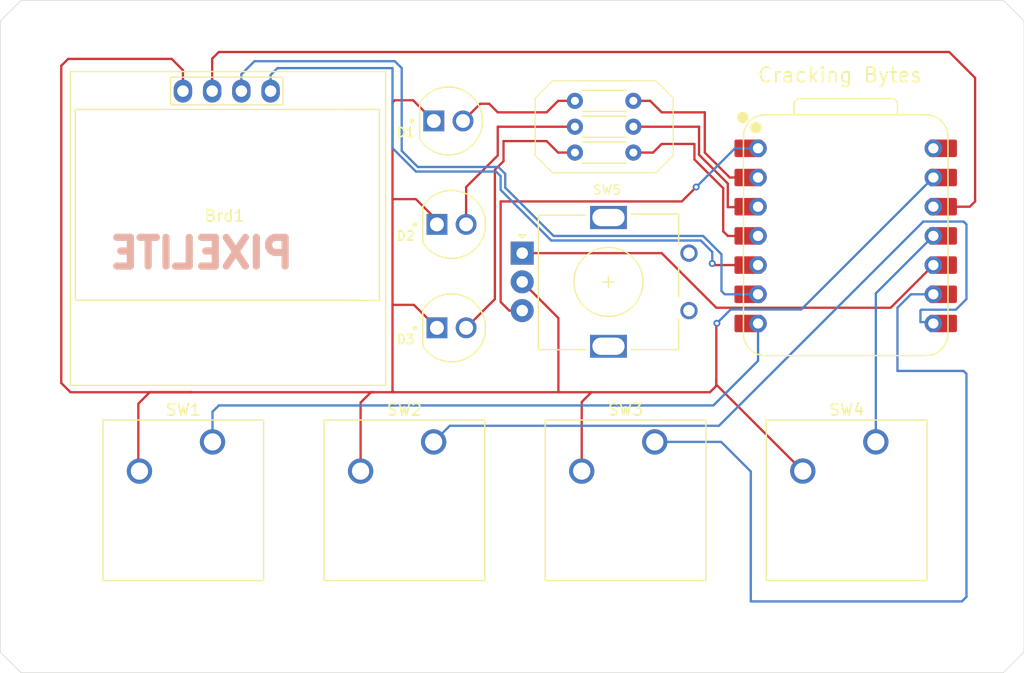
<source format=kicad_pcb>
(kicad_pcb (version 20241229) (generator "pcbnew") (generator_version "9.0")
  (layers (0 "F.Cu" signal) (2 "B.Cu" signal) (13 "F.Paste" user) (15 "B.Paste" user) (5 "F.SilkS" user "F.Silkscreen") (7 "B.SilkS" user "B.Silkscreen") (1 "F.Mask" user) (3 "B.Mask" user) (25 "Edge.Cuts" user))
  (net 0 "")
  (net 1 "3v3")
  (net 2 "GND")
  (net 3 "OLED-SDA")
  (net 4 "OLED-SCL")
  (net 5 "Net-(D1-PadA)")
  (net 6 "Net-(D2-PadA)")
  (net 7 "Net-(D3-PadA)")
  (net 8 "led1")
  (net 9 "led2")
  (net 10 "led3")
  (net 11 "button1")
  (net 12 "button2")
  (net 13 "button3")
  (net 14 "button4")
  (net 15 "R-DT")
  (net 16 "R-CLK")
  (footprint "Button_Switch_Keyboard:SW_Cherry_MX_1.00u_PCB" (layer "F.Cu") (at 91.95 104.925)
    (property "Reference" "SW1" (at -2.54 -2.794 0) (layer "F.SilkS"))
    (property "Value" "SW_Push")
    (fp_line (start -9.525 -1.905) (end 4.445 -1.905) (stroke (width 0.12)) (layer "F.SilkS"))
    (fp_line (start -9.525 12.065) (end -9.525 -1.905) (stroke (width 0.12)) (layer "F.SilkS"))
    (fp_line (start 4.445 -1.905) (end 4.445 12.065) (stroke (width 0.12)) (layer "F.SilkS"))
    (fp_line (start 4.445 12.065) (end -9.525 12.065) (stroke (width 0.12)) (layer "F.SilkS"))
    (pad "" np_thru_hole circle (at -7.62 5.08) (size 1.7 1.7) (drill 1.7) (layers "*.Cu" "*.Mask"))
    (pad "" np_thru_hole circle (at -2.54 5.08) (size 4 4) (drill 4) (layers "*.Cu" "*.Mask"))
    (pad "" np_thru_hole circle (at 2.54 5.08) (size 1.7 1.7) (drill 1.7) (layers "*.Cu" "*.Mask"))
    (pad "1" thru_hole circle (at 0 0) (size 2.2 2.2) (drill 1.5) (layers "*.Cu" "*.Mask") (net 11 "button1"))
    (pad "2" thru_hole circle (at -6.35 2.54) (size 2.2 2.2) (drill 1.5) (layers "*.Cu" "*.Mask") (net 2 "GND"))
  )
  (footprint "Resistor_THT:R_Axial_DIN0204_L3.6mm_D1.6mm_P5.08mm_Horizontal" (layer "F.Cu") (at 123.46 77.5)
    (property "Reference" "R2" (hide yes))
    (property "Value" "R" (hide yes))
    (fp_line (start 0.62 -0.92) (end 4.46 -0.92) (stroke (width 0.12)) (layer "F.SilkS"))
    (fp_line (start 0.62 0.92) (end 4.46 0.92) (stroke (width 0.12)) (layer "F.SilkS"))
    (pad "1" thru_hole circle (at 0 0) (size 1.4 1.4) (drill 0.7) (layers "*.Cu" "*.Mask") (net 6 "Net-(D2-PadA)"))
    (pad "2" thru_hole circle (at 5.08 0) (size 1.4 1.4) (drill 0.7) (layers "*.Cu" "*.Mask") (net 9 "led2"))
  )
  (footprint "footprints:LEDRD254W57D500H1070" (layer "F.Cu") (at 112.73 95)
    (property "Reference" "D3" (at -4 1 0) (layer "F.SilkS") (effects (font (size 0.8 0.8))))
    (property "Value" "L08R5000Q1")
    (fp_line (start -2.5 -1.566) (end -2.5 1.566) (stroke (width 0.127)) (layer "F.SilkS"))
    (fp_arc (start -2.5 -1.566) (mid 2.961291 0) (end -2.5 1.566) (stroke (width 0.127)) (layer "F.SilkS"))
    (fp_circle (center -3.2 0) (end -3.1 0) (stroke (width 0.2)) (fill no) (layer "F.SilkS"))
    (pad "A" thru_hole circle (at 1.27 0) (size 1.815 1.815) (drill 1.21) (layers "*.Cu" "*.Mask") (net 7 "Net-(D3-PadA)"))
    (pad "C" thru_hole rect (at -1.27 0) (size 1.815 1.815) (drill 1.21) (layers "*.Cu" "*.Mask") (net 2 "GND"))
  )
  (footprint "Rotary_Encoder:RotaryEncoder_Alps_EC11E_Vertical_H20mm" (layer "F.Cu") (at 118.875 88.5)
    (property "Reference" "SW5" (at 7.375 -5.5 0) (layer "F.SilkS") (effects (font (size 0.8 0.8) (thickness 0.1))))
    (property "Value" "RotaryEncoder")
    (fp_line (start -0.3 -1.6) (end 0.3 -1.6) (stroke (width 0.12)) (layer "F.SilkS"))
    (fp_line (start 0 -1.3) (end -0.3 -1.6) (stroke (width 0.12)) (layer "F.SilkS"))
    (fp_line (start 0.3 -1.6) (end 0 -1.3) (stroke (width 0.12)) (layer "F.SilkS"))
    (fp_line (start 1.4 -3.3) (end 1.4 8.4) (stroke (width 0.12)) (layer "F.SilkS"))
    (fp_line (start 5.5 -3.3) (end 1.4 -3.3) (stroke (width 0.12)) (layer "F.SilkS"))
    (fp_line (start 5.5 8.4) (end 1.4 8.4) (stroke (width 0.12)) (layer "F.SilkS"))
    (fp_line (start 7 2.5) (end 8 2.5) (stroke (width 0.12)) (layer "F.SilkS"))
    (fp_line (start 7.5 2) (end 7.5 3) (stroke (width 0.12)) (layer "F.SilkS"))
    (fp_line (start 9.5 -3.4) (end 13.6 -3.4) (stroke (width 0.12)) (layer "F.SilkS"))
    (fp_line (start 13.6 -3.4) (end 13.6 -0.8) (stroke (width 0.12)) (layer "F.SilkS"))
    (fp_line (start 13.6 1.2) (end 13.6 3.8) (stroke (width 0.12)) (layer "F.SilkS"))
    (fp_line (start 13.6 5.8) (end 13.6 8.4) (stroke (width 0.12)) (layer "F.SilkS"))
    (fp_line (start 13.6 8.4) (end 9.5 8.4) (stroke (width 0.12)) (layer "F.SilkS"))
    (fp_circle (center 7.5 2.5) (end 10.5 2.5) (stroke (width 0.12)) (fill no) (layer "F.SilkS"))
    (pad "" thru_hole circle (at 14.5 0) (size 1.5 1.5) (drill 1) (layers "*.Cu" "*.Mask"))
    (pad "" thru_hole circle (at 14.5 5) (size 1.5 1.5) (drill 1) (layers "*.Cu" "*.Mask"))
    (pad "A" thru_hole rect (at 0 0) (size 2 2) (drill 1) (layers "*.Cu" "*.Mask") (net 16 "R-CLK"))
    (pad "B" thru_hole circle (at 0 5) (size 2 2) (drill 1) (layers "*.Cu" "*.Mask") (net 15 "R-DT"))
    (pad "C" thru_hole circle (at 0 2.5) (size 2 2) (drill 1) (layers "*.Cu" "*.Mask") (net 2 "GND"))
    (pad "MP" thru_hole rect (at 7.5 -3.1) (size 3.2 2) (drill oval 2.8 1.5) (layers "*.Cu" "*.Mask"))
    (pad "MP" thru_hole rect (at 7.5 8.1) (size 3.2 2) (drill oval 2.8 1.5) (layers "*.Cu" "*.Mask"))
  )
  (footprint "Button_Switch_Keyboard:SW_Cherry_MX_1.00u_PCB" (layer "F.Cu") (at 130.4 104.925)
    (property "Reference" "SW3" (at -2.54 -2.794 0) (layer "F.SilkS"))
    (property "Value" "SW_Push")
    (fp_line (start -9.525 -1.905) (end 4.445 -1.905) (stroke (width 0.12)) (layer "F.SilkS"))
    (fp_line (start -9.525 12.065) (end -9.525 -1.905) (stroke (width 0.12)) (layer "F.SilkS"))
    (fp_line (start 4.445 -1.905) (end 4.445 12.065) (stroke (width 0.12)) (layer "F.SilkS"))
    (fp_line (start 4.445 12.065) (end -9.525 12.065) (stroke (width 0.12)) (layer "F.SilkS"))
    (pad "" np_thru_hole circle (at -7.62 5.08) (size 1.7 1.7) (drill 1.7) (layers "*.Cu" "*.Mask"))
    (pad "" np_thru_hole circle (at -2.54 5.08) (size 4 4) (drill 4) (layers "*.Cu" "*.Mask"))
    (pad "" np_thru_hole circle (at 2.54 5.08) (size 1.7 1.7) (drill 1.7) (layers "*.Cu" "*.Mask"))
    (pad "1" thru_hole circle (at 0 0) (size 2.2 2.2) (drill 1.5) (layers "*.Cu" "*.Mask") (net 13 "button3"))
    (pad "2" thru_hole circle (at -6.35 2.54) (size 2.2 2.2) (drill 1.5) (layers "*.Cu" "*.Mask") (net 2 "GND"))
  )
  (footprint "Resistor_THT:R_Axial_DIN0204_L3.6mm_D1.6mm_P5.08mm_Horizontal" (layer "F.Cu") (at 123.46 75.25)
    (property "Reference" "R1" (hide yes))
    (property "Value" "R" (hide yes))
    (fp_line (start 0.62 -0.92) (end 4.46 -0.92) (stroke (width 0.12)) (layer "F.SilkS"))
    (fp_line (start 0.62 0.92) (end 4.46 0.92) (stroke (width 0.12)) (layer "F.SilkS"))
    (pad "1" thru_hole circle (at 0 0) (size 1.4 1.4) (drill 0.7) (layers "*.Cu" "*.Mask") (net 5 "Net-(D1-PadA)"))
    (pad "2" thru_hole circle (at 5.08 0) (size 1.4 1.4) (drill 0.7) (layers "*.Cu" "*.Mask") (net 8 "led1"))
  )
  (footprint "footprints:XIAO-RP2040-DIP" (layer "F.Cu") (at 147 87)
    (property "Reference" "U1" (hide yes))
    (property "Value" "XIAO-RP2040-DIP")
    (fp_line (start -8.89 8.509) (end -8.89 -8.636) (stroke (width 0.127)) (layer "F.SilkS"))
    (fp_line (start -6.985 10.414) (end 6.985 10.414) (stroke (width 0.127)) (layer "F.SilkS"))
    (fp_line (start -4.495 -10.541) (end -4.491272 -11.451272) (stroke (width 0.127)) (layer "F.SilkS"))
    (fp_line (start -3.991272 -11.951) (end 4.004 -11.951) (stroke (width 0.127)) (layer "F.SilkS"))
    (fp_line (start 4.504 -11.451) (end 4.504 -10.541) (stroke (width 0.127)) (layer "F.SilkS"))
    (fp_line (start 6.985 -10.541) (end -6.985 -10.541) (stroke (width 0.1)) (layer "F.SilkS"))
    (fp_line (start 6.985 -10.541) (end -6.985 -10.541) (stroke (width 0.127)) (layer "F.SilkS"))
    (fp_line (start 8.89 8.509) (end 8.89 -8.636) (stroke (width 0.127)) (layer "F.SilkS"))
    (fp_arc (start -8.89 -8.636) (mid -8.332038 -9.983038) (end -6.985 -10.541) (stroke (width 0.127)) (layer "F.SilkS"))
    (fp_arc (start -6.985 10.414) (mid -8.332038 9.856038) (end -8.89 8.509) (stroke (width 0.127)) (layer "F.SilkS"))
    (fp_arc (start -4.491272 -11.451272) (mid -4.344728 -11.80464) (end -3.991272 -11.951) (stroke (width 0.127)) (layer "F.SilkS"))
    (fp_arc (start 4.004 -11.951) (mid 4.357553 -11.804553) (end 4.504 -11.451) (stroke (width 0.127)) (layer "F.SilkS"))
    (fp_arc (start 6.985 -10.541) (mid 8.332038 -9.983038) (end 8.89 -8.636) (stroke (width 0.127)) (layer "F.SilkS"))
    (fp_arc (start 8.89 8.509) (mid 8.332038 9.856038) (end 6.985 10.414) (stroke (width 0.127)) (layer "F.SilkS"))
    (fp_circle (center -8.95 -10.3) (end -8.95 -10.554) (stroke (width 0.5)) (fill yes) (layer "F.SilkS"))
    (fp_circle (center -7.807 -9.42) (end -7.807 -9.674) (stroke (width 0.5)) (fill yes) (layer "F.SilkS"))
    (pad "1" smd roundrect (at -8.455 -7.62 180) (size 2.432 1.524) (layers "F.Cu" "F.Mask") (roundrect_rratio 0.1) (net 15 "R-DT"))
    (pad "1" thru_hole circle (at -7.62 -7.62 180) (size 1.524 1.524) (drill 0.889) (layers "*.Cu" "*.Mask") (net 15 "R-DT"))
    (pad "2" smd roundrect (at -8.455 -5.08 180) (size 2.432 1.524) (layers "F.Cu" "F.Mask") (roundrect_rratio 0.1) (net 8 "led1"))
    (pad "2" thru_hole circle (at -7.62 -5.08 180) (size 1.524 1.524) (drill 0.889) (layers "*.Cu" "*.Mask") (net 8 "led1"))
    (pad "3" smd roundrect (at -8.455 -2.54 180) (size 2.432 1.524) (layers "F.Cu" "F.Mask") (roundrect_rratio 0.1) (net 9 "led2"))
    (pad "3" thru_hole circle (at -7.62 -2.54 180) (size 1.524 1.524) (drill 0.889) (layers "*.Cu" "*.Mask") (net 9 "led2"))
    (pad "4" smd roundrect (at -8.455 0 180) (size 2.432 1.524) (layers "F.Cu" "F.Mask") (roundrect_rratio 0.1) (net 10 "led3"))
    (pad "4" thru_hole circle (at -7.62 0 180) (size 1.524 1.524) (drill 0.889) (layers "*.Cu" "*.Mask") (net 10 "led3"))
    (pad "5" smd roundrect (at -8.455 2.54 180) (size 2.432 1.524) (layers "F.Cu" "F.Mask") (roundrect_rratio 0.1) (net 3 "OLED-SDA"))
    (pad "5" thru_hole circle (at -7.62 2.54 180) (size 1.524 1.524) (drill 0.889) (layers "*.Cu" "*.Mask") (net 3 "OLED-SDA"))
    (pad "6" smd roundrect (at -8.455 5.08 180) (size 2.432 1.524) (layers "F.Cu" "F.Mask") (roundrect_rratio 0.1) (net 4 "OLED-SCL"))
    (pad "6" thru_hole circle (at -7.62 5.08 180) (size 1.524 1.524) (drill 0.889) (layers "*.Cu" "*.Mask") (net 4 "OLED-SCL"))
    (pad "7" smd roundrect (at -8.455 7.62 180) (size 2.432 1.524) (layers "F.Cu" "F.Mask") (roundrect_rratio 0.1) (net 11 "button1"))
    (pad "7" thru_hole circle (at -7.62 7.62 180) (size 1.524 1.524) (drill 0.889) (layers "*.Cu" "*.Mask") (net 11 "button1"))
    (pad "8" thru_hole circle (at 7.62 7.62) (size 1.524 1.524) (drill 0.889) (layers "*.Cu" "*.Mask") (net 12 "button2"))
    (pad "8" smd roundrect (at 8.455 7.62) (size 2.432 1.524) (layers "F.Cu" "F.Mask") (roundrect_rratio 0.1) (net 12 "button2"))
    (pad "9" thru_hole circle (at 7.62 5.08) (size 1.524 1.524) (drill 0.889) (layers "*.Cu" "*.Mask") (net 13 "button3"))
    (pad "9" smd roundrect (at 8.455 5.08) (size 2.432 1.524) (layers "F.Cu" "F.Mask") (roundrect_rratio 0.1) (net 13 "button3"))
    (pad "10" thru_hole circle (at 7.62 2.54) (size 1.524 1.524) (drill 0.889) (layers "*.Cu" "*.Mask") (net 16 "R-CLK"))
    (pad "10" smd roundrect (at 8.455 2.54) (size 2.432 1.524) (layers "F.Cu" "F.Mask") (roundrect_rratio 0.1) (net 16 "R-CLK"))
    (pad "11" thru_hole circle (at 7.62 0) (size 1.524 1.524) (drill 0.889) (layers "*.Cu" "*.Mask") (net 14 "button4"))
    (pad "11" smd roundrect (at 8.455 0) (size 2.432 1.524) (layers "F.Cu" "F.Mask") (roundrect_rratio 0.1) (net 14 "button4"))
    (pad "12" thru_hole circle (at 7.62 -2.54) (size 1.524 1.524) (drill 0.889) (layers "*.Cu" "*.Mask") (net 1 "3v3"))
    (pad "12" smd roundrect (at 8.455 -2.54) (size 2.432 1.524) (layers "F.Cu" "F.Mask") (roundrect_rratio 0.1) (net 1 "3v3"))
    (pad "13" thru_hole circle (at 7.62 -5.08) (size 1.524 1.524) (drill 0.889) (layers "*.Cu" "*.Mask") (net 2 "GND"))
    (pad "13" smd roundrect (at 8.455 -5.08) (size 2.432 1.524) (layers "F.Cu" "F.Mask") (roundrect_rratio 0.1) (net 2 "GND"))
    (pad "14" thru_hole circle (at 7.62 -7.62) (size 1.524 1.524) (drill 0.889) (layers "*.Cu" "*.Mask"))
    (pad "14" smd roundrect (at 8.455 -7.62) (size 2.432 1.524) (layers "F.Cu" "F.Mask") (roundrect_rratio 0.1))
  )
  (footprint "footprints:128x64OLED" (layer "F.Cu") (at 93 85)
    (property "Reference" "Brd1" (at 0 0.254 0) (layer "F.SilkS"))
    (property "Value" "SSD1306")
    (fp_line (start -13.4 -12.3) (end 14 -12.3) (stroke (width 0.12)) (layer "F.SilkS"))
    (fp_line (start -13.4 15) (end -13.4 -12.3) (stroke (width 0.12)) (layer "F.SilkS"))
    (fp_line (start -12.978 -9.005) (end 10.122 -9.005) (stroke (width 0.12)) (layer "F.SilkS"))
    (fp_line (start -12.978 7.595) (end -12.978 -9.005) (stroke (width 0.12)) (layer "F.SilkS"))
    (fp_line (start -4.699 -11.811) (end -4.699 -9.398) (stroke (width 0.12)) (layer "F.SilkS"))
    (fp_line (start -4.699 -11.811) (end 5.08 -11.811) (stroke (width 0.12)) (layer "F.SilkS"))
    (fp_line (start 5.08 -11.811) (end 5.08 -9.398) (stroke (width 0.12)) (layer "F.SilkS"))
    (fp_line (start 5.08 -9.398) (end -4.699 -9.398) (stroke (width 0.12)) (layer "F.SilkS"))
    (fp_line (start 10.122 -9.005) (end 13.208 -9.005) (stroke (width 0.12)) (layer "F.SilkS"))
    (fp_line (start 10.122 7.595) (end -12.978 7.595) (stroke (width 0.12)) (layer "F.SilkS"))
    (fp_line (start 10.122 7.595) (end 13.462 7.62) (stroke (width 0.12)) (layer "F.SilkS"))
    (fp_line (start 13.462 -9.017) (end 13.208 -9.005) (stroke (width 0.12)) (layer "F.SilkS"))
    (fp_line (start 13.462 7.62) (end 13.462 -9.017) (stroke (width 0.12)) (layer "F.SilkS"))
    (fp_line (start 14 -12.3) (end 14 15) (stroke (width 0.12)) (layer "F.SilkS"))
    (fp_line (start 14 15) (end -13.4 15) (stroke (width 0.12)) (layer "F.SilkS"))
    (pad "1" thru_hole oval (at -3.62 -10.6 90) (size 2 1.6) (drill 1) (layers "*.Cu" "*.Mask") (net 2 "GND"))
    (pad "2" thru_hole oval (at -1.08 -10.6 90) (size 2 1.6) (drill 1) (layers "*.Cu" "*.Mask") (net 1 "3v3"))
    (pad "3" thru_hole oval (at 1.46 -10.6 90) (size 2 1.6) (drill 1) (layers "*.Cu" "*.Mask") (net 4 "OLED-SCL"))
    (pad "4" thru_hole oval (at 4 -10.6 90) (size 2 1.6) (drill 1) (layers "*.Cu" "*.Mask") (net 3 "OLED-SDA"))
  )
  (footprint "Button_Switch_Keyboard:SW_Cherry_MX_1.00u_PCB" (layer "F.Cu") (at 149.62 104.92)
    (property "Reference" "SW4" (at -2.54 -2.794 0) (layer "F.SilkS"))
    (property "Value" "SW_Push")
    (fp_line (start -9.525 -1.905) (end 4.445 -1.905) (stroke (width 0.12)) (layer "F.SilkS"))
    (fp_line (start -9.525 12.065) (end -9.525 -1.905) (stroke (width 0.12)) (layer "F.SilkS"))
    (fp_line (start 4.445 -1.905) (end 4.445 12.065) (stroke (width 0.12)) (layer "F.SilkS"))
    (fp_line (start 4.445 12.065) (end -9.525 12.065) (stroke (width 0.12)) (layer "F.SilkS"))
    (pad "" np_thru_hole circle (at -7.62 5.08) (size 1.7 1.7) (drill 1.7) (layers "*.Cu" "*.Mask"))
    (pad "" np_thru_hole circle (at -2.54 5.08) (size 4 4) (drill 4) (layers "*.Cu" "*.Mask"))
    (pad "" np_thru_hole circle (at 2.54 5.08) (size 1.7 1.7) (drill 1.7) (layers "*.Cu" "*.Mask"))
    (pad "1" thru_hole circle (at 0 0) (size 2.2 2.2) (drill 1.5) (layers "*.Cu" "*.Mask") (net 14 "button4"))
    (pad "2" thru_hole circle (at -6.35 2.54) (size 2.2 2.2) (drill 1.5) (layers "*.Cu" "*.Mask") (net 2 "GND"))
  )
  (footprint "Resistor_THT:R_Axial_DIN0204_L3.6mm_D1.6mm_P5.08mm_Horizontal" (layer "F.Cu") (at 123.46 79.75)
    (property "Reference" "R3" (hide yes))
    (property "Value" "R" (hide yes))
    (fp_line (start 0.62 -0.92) (end 4.46 -0.92) (stroke (width 0.12)) (layer "F.SilkS"))
    (fp_line (start 0.62 0.92) (end 4.46 0.92) (stroke (width 0.12)) (layer "F.SilkS"))
    (pad "1" thru_hole circle (at 0 0) (size 1.4 1.4) (drill 0.7) (layers "*.Cu" "*.Mask") (net 7 "Net-(D3-PadA)"))
    (pad "2" thru_hole circle (at 5.08 0) (size 1.4 1.4) (drill 0.7) (layers "*.Cu" "*.Mask") (net 10 "led3"))
  )
  (footprint "footprints:LEDRD254W57D500H1070" (layer "F.Cu") (at 112.46 77)
    (property "Reference" "D1" (at -3.73 1 0) (layer "F.SilkS") (effects (font (size 0.8 0.8))))
    (property "Value" "L08R5000Q1")
    (fp_line (start -2.5 -1.566) (end -2.5 1.566) (stroke (width 0.127)) (layer "F.SilkS"))
    (fp_arc (start -2.5 -1.566) (mid 2.961291 0) (end -2.5 1.566) (stroke (width 0.127)) (layer "F.SilkS"))
    (fp_circle (center -3.2 0) (end -3.1 0) (stroke (width 0.2)) (fill no) (layer "F.SilkS"))
    (pad "A" thru_hole circle (at 1.27 0) (size 1.815 1.815) (drill 1.21) (layers "*.Cu" "*.Mask") (net 5 "Net-(D1-PadA)"))
    (pad "C" thru_hole rect (at -1.27 0) (size 1.815 1.815) (drill 1.21) (layers "*.Cu" "*.Mask") (net 2 "GND"))
  )
  (footprint "Button_Switch_Keyboard:SW_Cherry_MX_1.00u_PCB" (layer "F.Cu") (at 111.175 104.925)
    (property "Reference" "SW2" (at -2.54 -2.794 0) (layer "F.SilkS"))
    (property "Value" "SW_Push")
    (fp_line (start -9.525 -1.905) (end 4.445 -1.905) (stroke (width 0.12)) (layer "F.SilkS"))
    (fp_line (start -9.525 12.065) (end -9.525 -1.905) (stroke (width 0.12)) (layer "F.SilkS"))
    (fp_line (start 4.445 -1.905) (end 4.445 12.065) (stroke (width 0.12)) (layer "F.SilkS"))
    (fp_line (start 4.445 12.065) (end -9.525 12.065) (stroke (width 0.12)) (layer "F.SilkS"))
    (pad "" np_thru_hole circle (at -7.62 5.08) (size 1.7 1.7) (drill 1.7) (layers "*.Cu" "*.Mask"))
    (pad "" np_thru_hole circle (at -2.54 5.08) (size 4 4) (drill 4) (layers "*.Cu" "*.Mask"))
    (pad "" np_thru_hole circle (at 2.54 5.08) (size 1.7 1.7) (drill 1.7) (layers "*.Cu" "*.Mask"))
    (pad "1" thru_hole circle (at 0 0) (size 2.2 2.2) (drill 1.5) (layers "*.Cu" "*.Mask") (net 12 "button2"))
    (pad "2" thru_hole circle (at -6.35 2.54) (size 2.2 2.2) (drill 1.5) (layers "*.Cu" "*.Mask") (net 2 "GND"))
  )
  (footprint "footprints:LEDRD254W57D500H1070" (layer "F.Cu") (at 112.73 86)
    (property "Reference" "D2" (at -4 1 0) (layer "F.SilkS") (effects (font (size 0.8 0.8))))
    (property "Value" "L08R5000Q1")
    (fp_line (start -2.5 -1.566) (end -2.5 1.566) (stroke (width 0.127)) (layer "F.SilkS"))
    (fp_arc (start -2.5 -1.566) (mid 2.961291 0) (end -2.5 1.566) (stroke (width 0.127)) (layer "F.SilkS"))
    (fp_circle (center -3.2 0) (end -3.1 0) (stroke (width 0.2)) (fill no) (layer "F.SilkS"))
    (pad "A" thru_hole circle (at 1.27 0) (size 1.815 1.815) (drill 1.21) (layers "*.Cu" "*.Mask") (net 6 "Net-(D2-PadA)"))
    (pad "C" thru_hole rect (at -1.27 0) (size 1.815 1.815) (drill 1.21) (layers "*.Cu" "*.Mask") (net 2 "GND"))
  )
  (gr_line (start 130.5 81.51) (end 121.5 81.51) (stroke (width 0.1)) (layer "F.SilkS"))
  (gr_line (start 130.5 73.51) (end 121.5 73.51) (stroke (width 0.1)) (layer "F.SilkS"))
  (gr_line (start 121.5 81.51) (end 120 80.01) (stroke (width 0.1)) (layer "F.SilkS"))
  (gr_line (start 130.5 81.51) (end 132 80.01) (stroke (width 0.1)) (layer "F.SilkS"))
  (gr_line (start 132 80.01) (end 132 75.01) (stroke (width 0.1)) (layer "F.SilkS"))
  (gr_line (start 121.5 73.51) (end 120 75.01) (stroke (width 0.1)) (layer "F.SilkS"))
  (gr_line (start 120 80.01) (end 120 75.01) (stroke (width 0.1)) (layer "F.SilkS"))
  (gr_line (start 130.5 73.51) (end 132 75.01) (stroke (width 0.1)) (layer "F.SilkS"))
  (gr_line (start 73.5 123.2) (end 75.3 125) (stroke (width 0.05)) (layer "Edge.Cuts"))
  (gr_line (start 73.5 68.3) (end 73.5 123.2) (stroke (width 0.05)) (layer "Edge.Cuts"))
  (gr_line (start 162.5 68.3) (end 162.5 123.2) (stroke (width 0.05)) (layer "Edge.Cuts"))
  (gr_line (start 160.7 125) (end 162.5 123.2) (stroke (width 0.05)) (layer "Edge.Cuts"))
  (gr_line (start 75.3 66.5) (end 160.7 66.5) (stroke (width 0.05)) (layer "Edge.Cuts"))
  (gr_line (start 75.3 125) (end 160.7 125) (stroke (width 0.05)) (layer "Edge.Cuts"))
  (gr_line (start 160.7 66.5) (end 162.5 68.3) (stroke (width 0.05)) (layer "Edge.Cuts"))
  (gr_line (start 73.5 68.3) (end 75.3 66.5) (stroke (width 0.05)) (layer "Edge.Cuts"))
  (gr_text "Cracking Bytes" (at 146.5 73 0) (layer "F.SilkS") (effects (font (size 1.27 1.27))))
  (gr_text "PIXELITE" (at 91 88.5 0) (layer "B.SilkS") (effects (font (size 2.5 2.5) (thickness 0.625) (bold yes)) (justify mirror)))
  (segment (start 91.92 71.58) (end 91.92 74.4) (width 0.2) (layer "F.Cu") (net 1))
  (segment (start 158.25 73.25) (end 156 71) (width 0.2) (layer "F.Cu") (net 1))
  (segment (start 157.79 84.46) (end 158.25 84) (width 0.2) (layer "F.Cu") (net 1))
  (segment (start 92.5 71) (end 91.92 71.58) (width 0.2) (layer "F.Cu") (net 1))
  (segment (start 154.62 84.46) (end 157.79 84.46) (width 0.2) (layer "F.Cu") (net 1))
  (segment (start 158.25 84) (end 158.25 73.25) (width 0.2) (layer "F.Cu") (net 1))
  (segment (start 156 71) (end 92.5 71) (width 0.2) (layer "F.Cu") (net 1))
  (segment (start 78.8 72.2) (end 79.4 71.6) (width 0.2) (layer "F.Cu") (net 2))
  (segment (start 107.8 75.2) (end 107.6 75.4) (width 0.2) (layer "F.Cu") (net 2))
  (segment (start 135.75 99.5) (end 135.75 94.65) (width 0.2) (layer "F.Cu") (net 2))
  (segment (start 135.2 100.6) (end 135.75 100.05) (width 0.2) (layer "F.Cu") (net 2))
  (segment (start 111.46 95) (end 109.46 93) (width 0.2) (layer "F.Cu") (net 2))
  (segment (start 125.5 100.6) (end 135.2 100.6) (width 0.2) (layer "F.Cu") (net 2))
  (segment (start 85.5 101.6) (end 86.5 100.6) (width 0.2) (layer "F.Cu") (net 2))
  (segment (start 79.6 100.6) (end 78.8 99.8) (width 0.2) (layer "F.Cu") (net 2))
  (segment (start 85.5 107.355) (end 85.5 101.6) (width 0.2) (layer "F.Cu") (net 2))
  (segment (start 109.39 75.2) (end 107.8 75.2) (width 0.2) (layer "F.Cu") (net 2))
  (segment (start 107.6 100.5) (end 107.6 100.6) (width 0.2) (layer "F.Cu") (net 2))
  (segment (start 85.605 107.46) (end 85.5 107.355) (width 0.2) (layer "F.Cu") (net 2))
  (segment (start 143.27 107.46) (end 135.75 99.94) (width 0.2) (layer "F.Cu") (net 2))
  (segment (start 90 100.6) (end 106 100.6) (width 0.2) (layer "F.Cu") (net 2))
  (segment (start 86.5 100.6) (end 90.13 100.6) (width 0.2) (layer "F.Cu") (net 2))
  (segment (start 107.6 93) (end 107.6 100.5) (width 0.2) (layer "F.Cu") (net 2))
  (segment (start 107.7 100.6) (end 107.6 100.5) (width 0.2) (layer "F.Cu") (net 2))
  (segment (start 107.6 100.6) (end 106 100.6) (width 0.2) (layer "F.Cu") (net 2))
  (segment (start 124.05 107.465) (end 124.05 101.45) (width 0.2) (layer "F.Cu") (net 2))
  (segment (start 118.875 91) (end 122.022576 94.147576) (width 0.2) (layer "F.Cu") (net 2))
  (segment (start 111.46 85.630014) (end 109.629986 83.8) (width 0.2) (layer "F.Cu") (net 2))
  (segment (start 107.6 83.8) (end 107.6 93) (width 0.2) (layer "F.Cu") (net 2))
  (segment (start 90 100.6) (end 79.6 100.6) (width 0.2) (layer "F.Cu") (net 2))
  (segment (start 105.725 100.6) (end 106 100.6) (width 0.2) (layer "F.Cu") (net 2))
  (segment (start 122.022576 94.147576) (end 122.022576 100.6) (width 0.2) (layer "F.Cu") (net 2))
  (segment (start 135.75 99.94) (end 135.75 99.5) (width 0.2) (layer "F.Cu") (net 2))
  (segment (start 109.46 93) (end 107.6 93) (width 0.2) (layer "F.Cu") (net 2))
  (segment (start 107.6 75.4) (end 107.6 83.8) (width 0.2) (layer "F.Cu") (net 2))
  (segment (start 124.9 100.6) (end 125.5 100.6) (width 0.2) (layer "F.Cu") (net 2))
  (segment (start 124.05 101.45) (end 124.9 100.6) (width 0.2) (layer "F.Cu") (net 2))
  (segment (start 111.46 86) (end 111.46 85.630014) (width 0.2) (layer "F.Cu") (net 2))
  (segment (start 109.629986 83.8) (end 107.6 83.8) (width 0.2) (layer "F.Cu") (net 2))
  (segment (start 90.13 100.6) (end 90 100.6) (width 0.2) (layer "F.Cu") (net 2))
  (segment (start 135.75 94.65) (end 135.8 94.6) (width 0.2) (layer "F.Cu") (net 2))
  (segment (start 79.4 71.6) (end 88.4 71.6) (width 0.2) (layer "F.Cu") (net 2))
  (segment (start 89.38 72.58) (end 89.38 74.4) (width 0.2) (layer "F.Cu") (net 2))
  (segment (start 135.75 100.05) (end 135.75 99.5) (width 0.2) (layer "F.Cu") (net 2))
  (segment (start 78.8 99.8) (end 78.8 72.2) (width 0.2) (layer "F.Cu") (net 2))
  (segment (start 105.725 100.6) (end 104.825 101.5) (width 0.2) (layer "F.Cu") (net 2))
  (segment (start 88.4 71.6) (end 89.38 72.58) (width 0.2) (layer "F.Cu") (net 2))
  (segment (start 124.9 100.6) (end 107.7 100.6) (width 0.2) (layer "F.Cu") (net 2))
  (segment (start 111.19 77) (end 109.39 75.2) (width 0.2) (layer "F.Cu") (net 2))
  (segment (start 104.825 101.5) (end 104.825 107.465) (width 0.2) (layer "F.Cu") (net 2))
  (via (at 135.8 94.6) (size 0.6) (drill 0.3) (layers "F.Cu" "B.Cu") (net 2))
  (segment (start 143.14 93.4) (end 154.62 81.92) (width 0.2) (layer "B.Cu") (net 2))
  (segment (start 135.8 94.6) (end 137 93.4) (width 0.2) (layer "B.Cu") (net 2))
  (segment (start 137 93.4) (end 143.14 93.4) (width 0.2) (layer "B.Cu") (net 2))
  (segment (start 135.4 89.4) (end 135.54 89.54) (width 0.2) (layer "F.Cu") (net 3))
  (segment (start 135.54 89.54) (end 139.38 89.54) (width 0.2) (layer "F.Cu") (net 3))
  (via (at 135.4 89.4) (size 0.6) (drill 0.3) (layers "F.Cu" "B.Cu") (net 3))
  (segment (start 121.2 87.2) (end 121.401 87.401) (width 0.2) (layer "B.Cu") (net 3))
  (segment (start 97 74.4) (end 97 73) (width 0.2) (layer "B.Cu") (net 3))
  (segment (start 116.6 81.4) (end 117 81.8) (width 0.2) (layer "B.Cu") (net 3))
  (segment (start 134.401 87.401) (end 135.4 88.4) (width 0.2) (layer "B.Cu") (net 3))
  (segment (start 117 81.8) (end 116.999 81.801) (width 0.2) (layer "B.Cu") (net 3))
  (segment (start 107.6 79.3671) (end 109.6329 81.4) (width 0.2) (layer "B.Cu") (net 3))
  (segment (start 116.999 81.801) (end 116.999 82.999) (width 0.2) (layer "B.Cu") (net 3))
  (segment (start 116.999 82.999) (end 121.2 87.2) (width 0.2) (layer "B.Cu") (net 3))
  (segment (start 110 81.4) (end 116.6 81.4) (width 0.2) (layer "B.Cu") (net 3))
  (segment (start 107.6 72.4) (end 107.6 79.3671) (width 0.2) (layer "B.Cu") (net 3))
  (segment (start 109.6329 81.4) (end 110 81.4) (width 0.2) (layer "B.Cu") (net 3))
  (segment (start 97.6 72.4) (end 107.6 72.4) (width 0.2) (layer "B.Cu") (net 3))
  (segment (start 135.4 88.4) (end 135.4 89.4) (width 0.2) (layer "B.Cu") (net 3))
  (segment (start 121.401 87.401) (end 134.401 87.401) (width 0.2) (layer "B.Cu") (net 3))
  (segment (start 97 73) (end 97.6 72.4) (width 0.2) (layer "B.Cu") (net 3))
  (segment (start 134.6 87) (end 136.2 88.6) (width 0.2) (layer "B.Cu") (net 4))
  (segment (start 107.8 71.8) (end 108.4 72.4) (width 0.2) (layer "B.Cu") (net 4))
  (segment (start 95.6 71.8) (end 107.8 71.8) (width 0.2) (layer "B.Cu") (net 4))
  (segment (start 108.4 72.4) (end 108.4 79.6) (width 0.2) (layer "B.Cu") (net 4))
  (segment (start 117.4 82.8) (end 121.6 87) (width 0.2) (layer "B.Cu") (net 4))
  (segment (start 116.8 81) (end 117.4 81.6) (width 0.2) (layer "B.Cu") (net 4))
  (segment (start 136.48 92.08) (end 139.38 92.08) (width 0.2) (layer "B.Cu") (net 4))
  (segment (start 108.4 79.6) (end 109.8 81) (width 0.2) (layer "B.Cu") (net 4))
  (segment (start 121.6 87) (end 134.6 87) (width 0.2) (layer "B.Cu") (net 4))
  (segment (start 117.4 81.6) (end 117.4 82.8) (width 0.2) (layer "B.Cu") (net 4))
  (segment (start 94.46 74.4) (end 94.46 72.94) (width 0.2) (layer "B.Cu") (net 4))
  (segment (start 136.2 91.8) (end 136.48 92.08) (width 0.2) (layer "B.Cu") (net 4))
  (segment (start 94.46 72.94) (end 95.6 71.8) (width 0.2) (layer "B.Cu") (net 4))
  (segment (start 136.2 88.6) (end 136.2 91.8) (width 0.2) (layer "B.Cu") (net 4))
  (segment (start 109.8 81) (end 116.8 81) (width 0.2) (layer "B.Cu") (net 4))
  (segment (start 122 75.25) (end 121 76.25) (width 0.2) (layer "F.Cu") (net 5))
  (segment (start 121 76.25) (end 116.75 76.25) (width 0.2) (layer "F.Cu") (net 5))
  (segment (start 116.75 76.25) (end 116 75.5) (width 0.2) (layer "F.Cu") (net 5))
  (segment (start 115.23 75.5) (end 113.73 77) (width 0.2) (layer "F.Cu") (net 5))
  (segment (start 123.46 75.25) (end 122 75.25) (width 0.2) (layer "F.Cu") (net 5))
  (segment (start 116 75.5) (end 115.23 75.5) (width 0.2) (layer "F.Cu") (net 5))
  (segment (start 116.75 80) (end 114 82.75) (width 0.2) (layer "F.Cu") (net 6))
  (segment (start 123.46 77.5) (end 116.75 77.5) (width 0.2) (layer "F.Cu") (net 6))
  (segment (start 116.75 77.5) (end 116.75 80) (width 0.2) (layer "F.Cu") (net 6))
  (segment (start 114 82.75) (end 114 86) (width 0.2) (layer "F.Cu") (net 6))
  (segment (start 117.25 78.75) (end 117.25 80.5) (width 0.2) (layer "F.Cu") (net 7))
  (segment (start 116.5 81.25) (end 116.5 92.5) (width 0.2) (layer "F.Cu") (net 7))
  (segment (start 116.5 92.5) (end 114 95) (width 0.2) (layer "F.Cu") (net 7))
  (segment (start 123.46 79.75) (end 122 79.75) (width 0.2) (layer "F.Cu") (net 7))
  (segment (start 117.25 80.5) (end 116.5 81.25) (width 0.2) (layer "F.Cu") (net 7))
  (segment (start 122 79.75) (end 121 78.75) (width 0.2) (layer "F.Cu") (net 7))
  (segment (start 121 78.75) (end 117.25 78.75) (width 0.2) (layer "F.Cu") (net 7))
  (segment (start 128.54 75.25) (end 130 75.25) (width 0.2) (layer "F.Cu") (net 8))
  (segment (start 134.75 79.75) (end 136.92 81.92) (width 0.2) (layer "F.Cu") (net 8))
  (segment (start 130 75.25) (end 131 76.25) (width 0.2) (layer "F.Cu") (net 8))
  (segment (start 131 76.25) (end 134.75 76.25) (width 0.2) (layer "F.Cu") (net 8))
  (segment (start 134.75 76.25) (end 134.75 79.75) (width 0.2) (layer "F.Cu") (net 8))
  (segment (start 136.92 81.92) (end 139.38 81.92) (width 0.2) (layer "F.Cu") (net 8))
  (segment (start 136.75 82.443626) (end 136.75 84.5) (width 0.2) (layer "F.Cu") (net 9))
  (segment (start 134.25 79.943626) (end 136.75 82.443626) (width 0.2) (layer "F.Cu") (net 9))
  (segment (start 134.25 77.5) (end 134.25 79.943626) (width 0.2) (layer "F.Cu") (net 9))
  (segment (start 136.75 84.5) (end 139.34 84.5) (width 0.2) (layer "F.Cu") (net 9))
  (segment (start 128.54 77.5) (end 134.25 77.5) (width 0.2) (layer "F.Cu") (net 9))
  (segment (start 139.34 84.5) (end 139.38 84.46) (width 0.2) (layer "F.Cu") (net 9))
  (segment (start 133.849 80.349) (end 136.349 82.849) (width 0.2) (layer "F.Cu") (net 10))
  (segment (start 128.54 79.75) (end 130.25 79.75) (width 0.2) (layer "F.Cu") (net 10))
  (segment (start 130.25 79.75) (end 131 79) (width 0.2) (layer "F.Cu") (net 10))
  (segment (start 136.349 82.849) (end 136.349 86.599) (width 0.2) (layer "F.Cu") (net 10))
  (segment (start 131 79) (end 133.849 79) (width 0.2) (layer "F.Cu") (net 10))
  (segment (start 136.75 87) (end 139.38 87) (width 0.2) (layer "F.Cu") (net 10))
  (segment (start 136.349 86.599) (end 136.75 87) (width 0.2) (layer "F.Cu") (net 10))
  (segment (start 133.849 79) (end 133.849 80.349) (width 0.2) (layer "F.Cu") (net 10))
  (segment (start 91.955 104.92) (end 91.95 104.915) (width 0.2) (layer "B.Cu") (net 11))
  (segment (start 139.38 97.87) (end 139.38 94.62) (width 0.2) (layer "B.Cu") (net 11))
  (segment (start 91.95 104.915) (end 91.95 102.3) (width 0.2) (layer "B.Cu") (net 11))
  (segment (start 135.5 101.75) (end 139.38 97.87) (width 0.2) (layer "B.Cu") (net 11))
  (segment (start 92.5 101.75) (end 135.5 101.75) (width 0.2) (layer "B.Cu") (net 11))
  (segment (start 91.95 102.3) (end 92.5 101.75) (width 0.2) (layer "B.Cu") (net 11))
  (segment (start 111.18 104.92) (end 112.581 103.519) (width 0.2) (layer "B.Cu") (net 12))
  (segment (start 135.981 103.519) (end 153.75 85.75) (width 0.2) (layer "B.Cu") (net 12))
  (segment (start 154.5 94.5) (end 154.62 94.62) (width 0.2) (layer "B.Cu") (net 12))
  (segment (start 153.5 94.5) (end 154.5 94.5) (width 0.2) (layer "B.Cu") (net 12))
  (segment (start 157.5 92.495) (end 156.573998 93.421002) (width 0.2) (layer "B.Cu") (net 12))
  (segment (start 153.5 93.5) (end 153.5 94.5) (width 0.2) (layer "B.Cu") (net 12))
  (segment (start 112.581 103.519) (end 135.981 103.519) (width 0.2) (layer "B.Cu") (net 12))
  (segment (start 157.5 86) (end 157.5 92.495) (width 0.2) (layer "B.Cu") (net 12))
  (segment (start 153.578998 93.421002) (end 153.5 93.5) (width 0.2) (layer "B.Cu") (net 12))
  (segment (start 153.75 85.75) (end 157.25 85.75) (width 0.2) (layer "B.Cu") (net 12))
  (segment (start 156.573998 93.421002) (end 153.578998 93.421002) (width 0.2) (layer "B.Cu") (net 12))
  (segment (start 157.25 85.75) (end 157.5 86) (width 0.2) (layer "B.Cu") (net 12))
  (segment (start 151.5 93.25) (end 152.67 92.08) (width 0.2) (layer "B.Cu") (net 13))
  (segment (start 138.75 118.8) (end 157.1 118.8) (width 0.2) (layer "B.Cu") (net 13))
  (segment (start 157.25 98.75) (end 151.5 98.75) (width 0.2) (layer "B.Cu") (net 13))
  (segment (start 136.17 104.92) (end 138.75 107.5) (width 0.2) (layer "B.Cu") (net 13))
  (segment (start 129.62 104.92) (end 136.17 104.92) (width 0.2) (layer "B.Cu") (net 13))
  (segment (start 157.5 99) (end 157.25 98.75) (width 0.2) (layer "B.Cu") (net 13))
  (segment (start 157.5 118.4) (end 157.5 99) (width 0.2) (layer "B.Cu") (net 13))
  (segment (start 157.1 118.8) (end 157.5 118.4) (width 0.2) (layer "B.Cu") (net 13))
  (segment (start 151.5 98.75) (end 151.5 93.25) (width 0.2) (layer "B.Cu") (net 13))
  (segment (start 152.67 92.08) (end 154.62 92.08) (width 0.2) (layer "B.Cu") (net 13))
  (segment (start 138.75 107.5) (end 138.75 118.8) (width 0.2) (layer "B.Cu") (net 13))
  (segment (start 149.62 92) (end 154.62 87) (width 0.2) (layer "B.Cu") (net 14))
  (segment (start 149.62 104.92) (end 149.62 92) (width 0.2) (layer "B.Cu") (net 14))
  (segment (start 117 84) (end 132.75 84) (width 0.2) (layer "F.Cu") (net 15))
  (segment (start 118.875 93.5) (end 117.75 93.5) (width 0.2) (layer "F.Cu") (net 15))
  (segment (start 132.75 84) (end 134 82.75) (width 0.2) (layer "F.Cu") (net 15))
  (segment (start 117.75 93.5) (end 117 92.75) (width 0.2) (layer "F.Cu") (net 15))
  (segment (start 117 92.75) (end 117 84) (width 0.2) (layer "F.Cu") (net 15))
  (via (at 134 82.75) (size 0.6) (drill 0.3) (layers "F.Cu" "B.Cu") (net 15))
  (segment (start 137.37 79.38) (end 139.38 79.38) (width 0.2) (layer "B.Cu") (net 15))
  (segment (start 134 82.75) (end 137.37 79.38) (width 0.2) (layer "B.Cu") (net 15))
  (segment (start 135.75 93.25) (end 150.91 93.25) (width 0.2) (layer "F.Cu") (net 16))
  (segment (start 118.875 88.5) (end 131 88.5) (width 0.2) (layer "F.Cu") (net 16))
  (segment (start 131 88.5) (end 135.75 93.25) (width 0.2) (layer "F.Cu") (net 16))
  (segment (start 150.91 93.25) (end 154.62 89.54) (width 0.2) (layer "F.Cu") (net 16))
)
</source>
